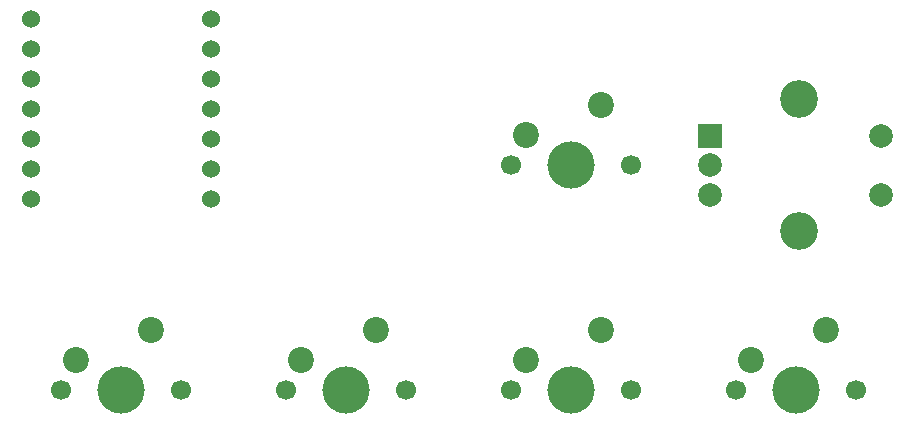
<source format=gbr>
%TF.GenerationSoftware,KiCad,Pcbnew,9.0.6*%
%TF.CreationDate,2025-12-15T23:37:31+00:00*%
%TF.ProjectId,Macropad,4d616372-6f70-4616-942e-6b696361645f,rev?*%
%TF.SameCoordinates,Original*%
%TF.FileFunction,Soldermask,Bot*%
%TF.FilePolarity,Negative*%
%FSLAX46Y46*%
G04 Gerber Fmt 4.6, Leading zero omitted, Abs format (unit mm)*
G04 Created by KiCad (PCBNEW 9.0.6) date 2025-12-15 23:37:31*
%MOMM*%
%LPD*%
G01*
G04 APERTURE LIST*
%ADD10R,2.000000X2.000000*%
%ADD11C,2.000000*%
%ADD12C,3.200000*%
%ADD13C,1.700000*%
%ADD14C,4.000000*%
%ADD15C,2.200000*%
%ADD16C,1.524000*%
G04 APERTURE END LIST*
D10*
%TO.C,SW6*%
X173725000Y-35600000D03*
D11*
X173725000Y-40600000D03*
X173725000Y-38100000D03*
D12*
X181225000Y-32500000D03*
X181225000Y-43700000D03*
D11*
X188225000Y-40600000D03*
X188225000Y-35600000D03*
%TD*%
D13*
%TO.C,SW1*%
X118745000Y-57150000D03*
D14*
X123825000Y-57150000D03*
D13*
X128905000Y-57150000D03*
D15*
X126365000Y-52070000D03*
X120015000Y-54610000D03*
%TD*%
D13*
%TO.C,SW2*%
X137795000Y-57150000D03*
D14*
X142875000Y-57150000D03*
D13*
X147955000Y-57150000D03*
D15*
X145415000Y-52070000D03*
X139065000Y-54610000D03*
%TD*%
D13*
%TO.C,SW5*%
X175895000Y-57150000D03*
D14*
X180975000Y-57150000D03*
D13*
X186055000Y-57150000D03*
D15*
X183515000Y-52070000D03*
X177165000Y-54610000D03*
%TD*%
D13*
%TO.C,SW4*%
X156845000Y-38100000D03*
D14*
X161925000Y-38100000D03*
D13*
X167005000Y-38100000D03*
D15*
X164465000Y-33020000D03*
X158115000Y-35560000D03*
%TD*%
D13*
%TO.C,SW3*%
X156845000Y-57150000D03*
D14*
X161925000Y-57150000D03*
D13*
X167005000Y-57150000D03*
D15*
X164465000Y-52070000D03*
X158115000Y-54610000D03*
%TD*%
D16*
%TO.C,U1*%
X116205000Y-25717500D03*
X116205000Y-28257500D03*
X116205000Y-30797500D03*
X116205000Y-33337500D03*
X116205000Y-35877500D03*
X116205000Y-38417500D03*
X116205000Y-40957500D03*
X131445000Y-40957500D03*
X131445000Y-38417500D03*
X131445000Y-35877500D03*
X131445000Y-33337500D03*
X131445000Y-30797500D03*
X131445000Y-28257500D03*
X131445000Y-25717500D03*
%TD*%
M02*

</source>
